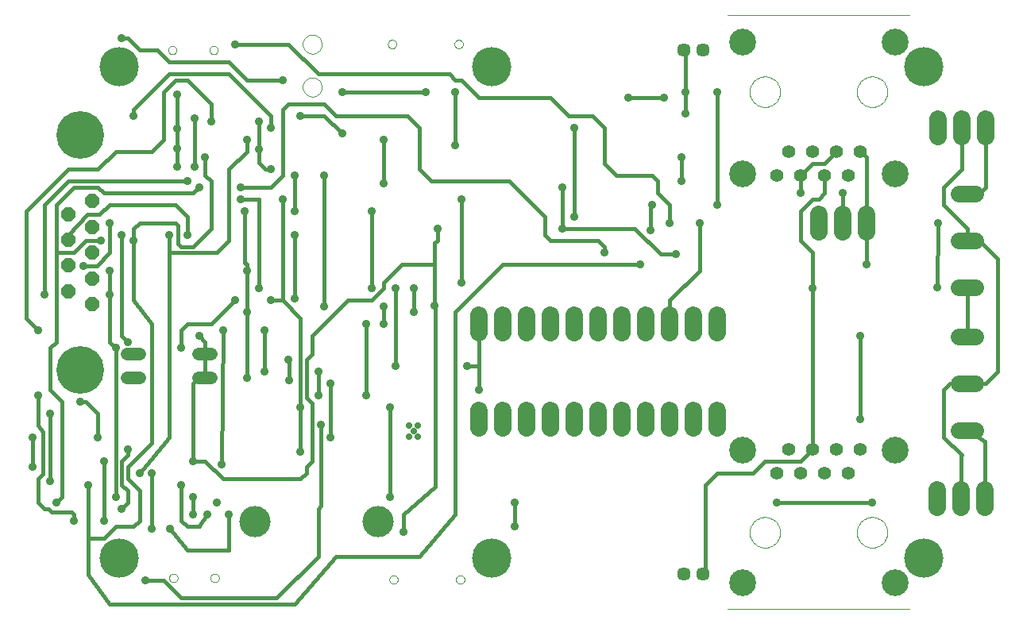
<source format=gbl>
G75*
G70*
%OFA0B0*%
%FSLAX24Y24*%
%IPPOS*%
%LPD*%
%AMOC8*
5,1,8,0,0,1.08239X$1,22.5*
%
%ADD10C,0.0000*%
%ADD11C,0.0570*%
%ADD12C,0.1310*%
%ADD13OC8,0.0600*%
%ADD14C,0.2000*%
%ADD15C,0.0279*%
%ADD16C,0.0740*%
%ADD17C,0.0705*%
%ADD18C,0.0004*%
%ADD19C,0.0554*%
%ADD20C,0.1122*%
%ADD21C,0.0520*%
%ADD22C,0.1650*%
%ADD23C,0.0160*%
%ADD24C,0.0356*%
D10*
X010926Y019839D02*
X010928Y019865D01*
X010934Y019891D01*
X010944Y019916D01*
X010957Y019939D01*
X010973Y019959D01*
X010993Y019977D01*
X011015Y019992D01*
X011038Y020004D01*
X011064Y020012D01*
X011090Y020016D01*
X011116Y020016D01*
X011142Y020012D01*
X011168Y020004D01*
X011192Y019992D01*
X011213Y019977D01*
X011233Y019959D01*
X011249Y019939D01*
X011262Y019916D01*
X011272Y019891D01*
X011278Y019865D01*
X011280Y019839D01*
X011278Y019813D01*
X011272Y019787D01*
X011262Y019762D01*
X011249Y019739D01*
X011233Y019719D01*
X011213Y019701D01*
X011191Y019686D01*
X011168Y019674D01*
X011142Y019666D01*
X011116Y019662D01*
X011090Y019662D01*
X011064Y019666D01*
X011038Y019674D01*
X011014Y019686D01*
X010993Y019701D01*
X010973Y019719D01*
X010957Y019739D01*
X010944Y019762D01*
X010934Y019787D01*
X010928Y019813D01*
X010926Y019839D01*
X012659Y019839D02*
X012661Y019865D01*
X012667Y019891D01*
X012677Y019916D01*
X012690Y019939D01*
X012706Y019959D01*
X012726Y019977D01*
X012748Y019992D01*
X012771Y020004D01*
X012797Y020012D01*
X012823Y020016D01*
X012849Y020016D01*
X012875Y020012D01*
X012901Y020004D01*
X012925Y019992D01*
X012946Y019977D01*
X012966Y019959D01*
X012982Y019939D01*
X012995Y019916D01*
X013005Y019891D01*
X013011Y019865D01*
X013013Y019839D01*
X013011Y019813D01*
X013005Y019787D01*
X012995Y019762D01*
X012982Y019739D01*
X012966Y019719D01*
X012946Y019701D01*
X012924Y019686D01*
X012901Y019674D01*
X012875Y019666D01*
X012849Y019662D01*
X012823Y019662D01*
X012797Y019666D01*
X012771Y019674D01*
X012747Y019686D01*
X012726Y019701D01*
X012706Y019719D01*
X012690Y019739D01*
X012677Y019762D01*
X012667Y019787D01*
X012661Y019813D01*
X012659Y019839D01*
X020170Y019770D02*
X020172Y019796D01*
X020178Y019822D01*
X020188Y019847D01*
X020201Y019870D01*
X020217Y019890D01*
X020237Y019908D01*
X020259Y019923D01*
X020282Y019935D01*
X020308Y019943D01*
X020334Y019947D01*
X020360Y019947D01*
X020386Y019943D01*
X020412Y019935D01*
X020436Y019923D01*
X020457Y019908D01*
X020477Y019890D01*
X020493Y019870D01*
X020506Y019847D01*
X020516Y019822D01*
X020522Y019796D01*
X020524Y019770D01*
X020522Y019744D01*
X020516Y019718D01*
X020506Y019693D01*
X020493Y019670D01*
X020477Y019650D01*
X020457Y019632D01*
X020435Y019617D01*
X020412Y019605D01*
X020386Y019597D01*
X020360Y019593D01*
X020334Y019593D01*
X020308Y019597D01*
X020282Y019605D01*
X020258Y019617D01*
X020237Y019632D01*
X020217Y019650D01*
X020201Y019670D01*
X020188Y019693D01*
X020178Y019718D01*
X020172Y019744D01*
X020170Y019770D01*
X022966Y019770D02*
X022968Y019796D01*
X022974Y019822D01*
X022984Y019847D01*
X022997Y019870D01*
X023013Y019890D01*
X023033Y019908D01*
X023055Y019923D01*
X023078Y019935D01*
X023104Y019943D01*
X023130Y019947D01*
X023156Y019947D01*
X023182Y019943D01*
X023208Y019935D01*
X023232Y019923D01*
X023253Y019908D01*
X023273Y019890D01*
X023289Y019870D01*
X023302Y019847D01*
X023312Y019822D01*
X023318Y019796D01*
X023320Y019770D01*
X023318Y019744D01*
X023312Y019718D01*
X023302Y019693D01*
X023289Y019670D01*
X023273Y019650D01*
X023253Y019632D01*
X023231Y019617D01*
X023208Y019605D01*
X023182Y019597D01*
X023156Y019593D01*
X023130Y019593D01*
X023104Y019597D01*
X023078Y019605D01*
X023054Y019617D01*
X023033Y019632D01*
X023013Y019650D01*
X022997Y019670D01*
X022984Y019693D01*
X022974Y019718D01*
X022968Y019744D01*
X022966Y019770D01*
X035290Y021750D02*
X035292Y021800D01*
X035298Y021850D01*
X035308Y021899D01*
X035321Y021948D01*
X035339Y021995D01*
X035360Y022041D01*
X035384Y022084D01*
X035412Y022126D01*
X035443Y022166D01*
X035477Y022203D01*
X035514Y022237D01*
X035554Y022268D01*
X035596Y022296D01*
X035639Y022320D01*
X035685Y022341D01*
X035732Y022359D01*
X035781Y022372D01*
X035830Y022382D01*
X035880Y022388D01*
X035930Y022390D01*
X035980Y022388D01*
X036030Y022382D01*
X036079Y022372D01*
X036128Y022359D01*
X036175Y022341D01*
X036221Y022320D01*
X036264Y022296D01*
X036306Y022268D01*
X036346Y022237D01*
X036383Y022203D01*
X036417Y022166D01*
X036448Y022126D01*
X036476Y022084D01*
X036500Y022041D01*
X036521Y021995D01*
X036539Y021948D01*
X036552Y021899D01*
X036562Y021850D01*
X036568Y021800D01*
X036570Y021750D01*
X036568Y021700D01*
X036562Y021650D01*
X036552Y021601D01*
X036539Y021552D01*
X036521Y021505D01*
X036500Y021459D01*
X036476Y021416D01*
X036448Y021374D01*
X036417Y021334D01*
X036383Y021297D01*
X036346Y021263D01*
X036306Y021232D01*
X036264Y021204D01*
X036221Y021180D01*
X036175Y021159D01*
X036128Y021141D01*
X036079Y021128D01*
X036030Y021118D01*
X035980Y021112D01*
X035930Y021110D01*
X035880Y021112D01*
X035830Y021118D01*
X035781Y021128D01*
X035732Y021141D01*
X035685Y021159D01*
X035639Y021180D01*
X035596Y021204D01*
X035554Y021232D01*
X035514Y021263D01*
X035477Y021297D01*
X035443Y021334D01*
X035412Y021374D01*
X035384Y021416D01*
X035360Y021459D01*
X035339Y021505D01*
X035321Y021552D01*
X035308Y021601D01*
X035298Y021650D01*
X035292Y021700D01*
X035290Y021750D01*
X039790Y021750D02*
X039792Y021800D01*
X039798Y021850D01*
X039808Y021899D01*
X039821Y021948D01*
X039839Y021995D01*
X039860Y022041D01*
X039884Y022084D01*
X039912Y022126D01*
X039943Y022166D01*
X039977Y022203D01*
X040014Y022237D01*
X040054Y022268D01*
X040096Y022296D01*
X040139Y022320D01*
X040185Y022341D01*
X040232Y022359D01*
X040281Y022372D01*
X040330Y022382D01*
X040380Y022388D01*
X040430Y022390D01*
X040480Y022388D01*
X040530Y022382D01*
X040579Y022372D01*
X040628Y022359D01*
X040675Y022341D01*
X040721Y022320D01*
X040764Y022296D01*
X040806Y022268D01*
X040846Y022237D01*
X040883Y022203D01*
X040917Y022166D01*
X040948Y022126D01*
X040976Y022084D01*
X041000Y022041D01*
X041021Y021995D01*
X041039Y021948D01*
X041052Y021899D01*
X041062Y021850D01*
X041068Y021800D01*
X041070Y021750D01*
X041068Y021700D01*
X041062Y021650D01*
X041052Y021601D01*
X041039Y021552D01*
X041021Y021505D01*
X041000Y021459D01*
X040976Y021416D01*
X040948Y021374D01*
X040917Y021334D01*
X040883Y021297D01*
X040846Y021263D01*
X040806Y021232D01*
X040764Y021204D01*
X040721Y021180D01*
X040675Y021159D01*
X040628Y021141D01*
X040579Y021128D01*
X040530Y021118D01*
X040480Y021112D01*
X040430Y021110D01*
X040380Y021112D01*
X040330Y021118D01*
X040281Y021128D01*
X040232Y021141D01*
X040185Y021159D01*
X040139Y021180D01*
X040096Y021204D01*
X040054Y021232D01*
X040014Y021263D01*
X039977Y021297D01*
X039943Y021334D01*
X039912Y021374D01*
X039884Y021416D01*
X039860Y021459D01*
X039839Y021505D01*
X039821Y021552D01*
X039808Y021601D01*
X039798Y021650D01*
X039792Y021700D01*
X039790Y021750D01*
X039790Y040250D02*
X039792Y040300D01*
X039798Y040350D01*
X039808Y040399D01*
X039821Y040448D01*
X039839Y040495D01*
X039860Y040541D01*
X039884Y040584D01*
X039912Y040626D01*
X039943Y040666D01*
X039977Y040703D01*
X040014Y040737D01*
X040054Y040768D01*
X040096Y040796D01*
X040139Y040820D01*
X040185Y040841D01*
X040232Y040859D01*
X040281Y040872D01*
X040330Y040882D01*
X040380Y040888D01*
X040430Y040890D01*
X040480Y040888D01*
X040530Y040882D01*
X040579Y040872D01*
X040628Y040859D01*
X040675Y040841D01*
X040721Y040820D01*
X040764Y040796D01*
X040806Y040768D01*
X040846Y040737D01*
X040883Y040703D01*
X040917Y040666D01*
X040948Y040626D01*
X040976Y040584D01*
X041000Y040541D01*
X041021Y040495D01*
X041039Y040448D01*
X041052Y040399D01*
X041062Y040350D01*
X041068Y040300D01*
X041070Y040250D01*
X041068Y040200D01*
X041062Y040150D01*
X041052Y040101D01*
X041039Y040052D01*
X041021Y040005D01*
X041000Y039959D01*
X040976Y039916D01*
X040948Y039874D01*
X040917Y039834D01*
X040883Y039797D01*
X040846Y039763D01*
X040806Y039732D01*
X040764Y039704D01*
X040721Y039680D01*
X040675Y039659D01*
X040628Y039641D01*
X040579Y039628D01*
X040530Y039618D01*
X040480Y039612D01*
X040430Y039610D01*
X040380Y039612D01*
X040330Y039618D01*
X040281Y039628D01*
X040232Y039641D01*
X040185Y039659D01*
X040139Y039680D01*
X040096Y039704D01*
X040054Y039732D01*
X040014Y039763D01*
X039977Y039797D01*
X039943Y039834D01*
X039912Y039874D01*
X039884Y039916D01*
X039860Y039959D01*
X039839Y040005D01*
X039821Y040052D01*
X039808Y040101D01*
X039798Y040150D01*
X039792Y040200D01*
X039790Y040250D01*
X035290Y040250D02*
X035292Y040300D01*
X035298Y040350D01*
X035308Y040399D01*
X035321Y040448D01*
X035339Y040495D01*
X035360Y040541D01*
X035384Y040584D01*
X035412Y040626D01*
X035443Y040666D01*
X035477Y040703D01*
X035514Y040737D01*
X035554Y040768D01*
X035596Y040796D01*
X035639Y040820D01*
X035685Y040841D01*
X035732Y040859D01*
X035781Y040872D01*
X035830Y040882D01*
X035880Y040888D01*
X035930Y040890D01*
X035980Y040888D01*
X036030Y040882D01*
X036079Y040872D01*
X036128Y040859D01*
X036175Y040841D01*
X036221Y040820D01*
X036264Y040796D01*
X036306Y040768D01*
X036346Y040737D01*
X036383Y040703D01*
X036417Y040666D01*
X036448Y040626D01*
X036476Y040584D01*
X036500Y040541D01*
X036521Y040495D01*
X036539Y040448D01*
X036552Y040399D01*
X036562Y040350D01*
X036568Y040300D01*
X036570Y040250D01*
X036568Y040200D01*
X036562Y040150D01*
X036552Y040101D01*
X036539Y040052D01*
X036521Y040005D01*
X036500Y039959D01*
X036476Y039916D01*
X036448Y039874D01*
X036417Y039834D01*
X036383Y039797D01*
X036346Y039763D01*
X036306Y039732D01*
X036264Y039704D01*
X036221Y039680D01*
X036175Y039659D01*
X036128Y039641D01*
X036079Y039628D01*
X036030Y039618D01*
X035980Y039612D01*
X035930Y039610D01*
X035880Y039612D01*
X035830Y039618D01*
X035781Y039628D01*
X035732Y039641D01*
X035685Y039659D01*
X035639Y039680D01*
X035596Y039704D01*
X035554Y039732D01*
X035514Y039763D01*
X035477Y039797D01*
X035443Y039834D01*
X035412Y039874D01*
X035384Y039916D01*
X035360Y039959D01*
X035339Y040005D01*
X035321Y040052D01*
X035308Y040101D01*
X035298Y040150D01*
X035292Y040200D01*
X035290Y040250D01*
X022901Y042250D02*
X022903Y042276D01*
X022909Y042302D01*
X022919Y042327D01*
X022932Y042350D01*
X022948Y042370D01*
X022968Y042388D01*
X022990Y042403D01*
X023013Y042415D01*
X023039Y042423D01*
X023065Y042427D01*
X023091Y042427D01*
X023117Y042423D01*
X023143Y042415D01*
X023167Y042403D01*
X023188Y042388D01*
X023208Y042370D01*
X023224Y042350D01*
X023237Y042327D01*
X023247Y042302D01*
X023253Y042276D01*
X023255Y042250D01*
X023253Y042224D01*
X023247Y042198D01*
X023237Y042173D01*
X023224Y042150D01*
X023208Y042130D01*
X023188Y042112D01*
X023166Y042097D01*
X023143Y042085D01*
X023117Y042077D01*
X023091Y042073D01*
X023065Y042073D01*
X023039Y042077D01*
X023013Y042085D01*
X022989Y042097D01*
X022968Y042112D01*
X022948Y042130D01*
X022932Y042150D01*
X022919Y042173D01*
X022909Y042198D01*
X022903Y042224D01*
X022901Y042250D01*
X020105Y042250D02*
X020107Y042276D01*
X020113Y042302D01*
X020123Y042327D01*
X020136Y042350D01*
X020152Y042370D01*
X020172Y042388D01*
X020194Y042403D01*
X020217Y042415D01*
X020243Y042423D01*
X020269Y042427D01*
X020295Y042427D01*
X020321Y042423D01*
X020347Y042415D01*
X020371Y042403D01*
X020392Y042388D01*
X020412Y042370D01*
X020428Y042350D01*
X020441Y042327D01*
X020451Y042302D01*
X020457Y042276D01*
X020459Y042250D01*
X020457Y042224D01*
X020451Y042198D01*
X020441Y042173D01*
X020428Y042150D01*
X020412Y042130D01*
X020392Y042112D01*
X020370Y042097D01*
X020347Y042085D01*
X020321Y042077D01*
X020295Y042073D01*
X020269Y042073D01*
X020243Y042077D01*
X020217Y042085D01*
X020193Y042097D01*
X020172Y042112D01*
X020152Y042130D01*
X020136Y042150D01*
X020123Y042173D01*
X020113Y042198D01*
X020107Y042224D01*
X020105Y042250D01*
X016530Y042250D02*
X016532Y042290D01*
X016538Y042329D01*
X016548Y042368D01*
X016561Y042405D01*
X016579Y042441D01*
X016600Y042475D01*
X016624Y042507D01*
X016651Y042536D01*
X016681Y042563D01*
X016713Y042586D01*
X016748Y042606D01*
X016784Y042622D01*
X016822Y042635D01*
X016861Y042644D01*
X016900Y042649D01*
X016940Y042650D01*
X016980Y042647D01*
X017019Y042640D01*
X017057Y042629D01*
X017095Y042615D01*
X017130Y042596D01*
X017163Y042575D01*
X017195Y042550D01*
X017223Y042522D01*
X017249Y042492D01*
X017271Y042459D01*
X017290Y042424D01*
X017306Y042387D01*
X017318Y042349D01*
X017326Y042310D01*
X017330Y042270D01*
X017330Y042230D01*
X017326Y042190D01*
X017318Y042151D01*
X017306Y042113D01*
X017290Y042076D01*
X017271Y042041D01*
X017249Y042008D01*
X017223Y041978D01*
X017195Y041950D01*
X017163Y041925D01*
X017130Y041904D01*
X017095Y041885D01*
X017057Y041871D01*
X017019Y041860D01*
X016980Y041853D01*
X016940Y041850D01*
X016900Y041851D01*
X016861Y041856D01*
X016822Y041865D01*
X016784Y041878D01*
X016748Y041894D01*
X016713Y041914D01*
X016681Y041937D01*
X016651Y041964D01*
X016624Y041993D01*
X016600Y042025D01*
X016579Y042059D01*
X016561Y042095D01*
X016548Y042132D01*
X016538Y042171D01*
X016532Y042210D01*
X016530Y042250D01*
X016530Y040450D02*
X016532Y040490D01*
X016538Y040529D01*
X016548Y040568D01*
X016561Y040605D01*
X016579Y040641D01*
X016600Y040675D01*
X016624Y040707D01*
X016651Y040736D01*
X016681Y040763D01*
X016713Y040786D01*
X016748Y040806D01*
X016784Y040822D01*
X016822Y040835D01*
X016861Y040844D01*
X016900Y040849D01*
X016940Y040850D01*
X016980Y040847D01*
X017019Y040840D01*
X017057Y040829D01*
X017095Y040815D01*
X017130Y040796D01*
X017163Y040775D01*
X017195Y040750D01*
X017223Y040722D01*
X017249Y040692D01*
X017271Y040659D01*
X017290Y040624D01*
X017306Y040587D01*
X017318Y040549D01*
X017326Y040510D01*
X017330Y040470D01*
X017330Y040430D01*
X017326Y040390D01*
X017318Y040351D01*
X017306Y040313D01*
X017290Y040276D01*
X017271Y040241D01*
X017249Y040208D01*
X017223Y040178D01*
X017195Y040150D01*
X017163Y040125D01*
X017130Y040104D01*
X017095Y040085D01*
X017057Y040071D01*
X017019Y040060D01*
X016980Y040053D01*
X016940Y040050D01*
X016900Y040051D01*
X016861Y040056D01*
X016822Y040065D01*
X016784Y040078D01*
X016748Y040094D01*
X016713Y040114D01*
X016681Y040137D01*
X016651Y040164D01*
X016624Y040193D01*
X016600Y040225D01*
X016579Y040259D01*
X016561Y040295D01*
X016548Y040332D01*
X016538Y040371D01*
X016532Y040410D01*
X016530Y040450D01*
X012619Y042000D02*
X012621Y042026D01*
X012627Y042052D01*
X012637Y042077D01*
X012650Y042100D01*
X012666Y042120D01*
X012686Y042138D01*
X012708Y042153D01*
X012731Y042165D01*
X012757Y042173D01*
X012783Y042177D01*
X012809Y042177D01*
X012835Y042173D01*
X012861Y042165D01*
X012885Y042153D01*
X012906Y042138D01*
X012926Y042120D01*
X012942Y042100D01*
X012955Y042077D01*
X012965Y042052D01*
X012971Y042026D01*
X012973Y042000D01*
X012971Y041974D01*
X012965Y041948D01*
X012955Y041923D01*
X012942Y041900D01*
X012926Y041880D01*
X012906Y041862D01*
X012884Y041847D01*
X012861Y041835D01*
X012835Y041827D01*
X012809Y041823D01*
X012783Y041823D01*
X012757Y041827D01*
X012731Y041835D01*
X012707Y041847D01*
X012686Y041862D01*
X012666Y041880D01*
X012650Y041900D01*
X012637Y041923D01*
X012627Y041948D01*
X012621Y041974D01*
X012619Y042000D01*
X010887Y042000D02*
X010889Y042026D01*
X010895Y042052D01*
X010905Y042077D01*
X010918Y042100D01*
X010934Y042120D01*
X010954Y042138D01*
X010976Y042153D01*
X010999Y042165D01*
X011025Y042173D01*
X011051Y042177D01*
X011077Y042177D01*
X011103Y042173D01*
X011129Y042165D01*
X011153Y042153D01*
X011174Y042138D01*
X011194Y042120D01*
X011210Y042100D01*
X011223Y042077D01*
X011233Y042052D01*
X011239Y042026D01*
X011241Y042000D01*
X011239Y041974D01*
X011233Y041948D01*
X011223Y041923D01*
X011210Y041900D01*
X011194Y041880D01*
X011174Y041862D01*
X011152Y041847D01*
X011129Y041835D01*
X011103Y041827D01*
X011077Y041823D01*
X011051Y041823D01*
X011025Y041827D01*
X010999Y041835D01*
X010975Y041847D01*
X010954Y041862D01*
X010934Y041880D01*
X010918Y041900D01*
X010905Y041923D01*
X010895Y041948D01*
X010889Y041974D01*
X010887Y042000D01*
D11*
X032536Y042000D03*
X033324Y042000D03*
X033324Y020000D03*
X032536Y020000D03*
D12*
X019686Y022220D03*
X014516Y022220D03*
D13*
X007680Y031340D03*
X007680Y032420D03*
X007680Y033500D03*
X006680Y034040D03*
X006680Y035120D03*
X007680Y034580D03*
X007680Y035660D03*
X006680Y032960D03*
X006680Y031880D03*
D14*
X007180Y028570D03*
X007180Y038430D03*
D15*
X021003Y026236D03*
X021180Y026000D03*
X021357Y025764D03*
X021003Y025764D03*
X021357Y026236D03*
D16*
X023930Y026130D02*
X023930Y026870D01*
X024930Y026870D02*
X024930Y026130D01*
X025930Y026130D02*
X025930Y026870D01*
X026930Y026870D02*
X026930Y026130D01*
X027930Y026130D02*
X027930Y026870D01*
X028930Y026870D02*
X028930Y026130D01*
X029930Y026130D02*
X029930Y026870D01*
X030930Y026870D02*
X030930Y026130D01*
X031930Y026130D02*
X031930Y026870D01*
X032930Y026870D02*
X032930Y026130D01*
X033930Y026130D02*
X033930Y026870D01*
X033930Y030130D02*
X033930Y030870D01*
X032930Y030870D02*
X032930Y030130D01*
X031930Y030130D02*
X031930Y030870D01*
X030930Y030870D02*
X030930Y030130D01*
X029930Y030130D02*
X029930Y030870D01*
X028930Y030870D02*
X028930Y030130D01*
X027930Y030130D02*
X027930Y030870D01*
X026930Y030870D02*
X026930Y030130D01*
X025930Y030130D02*
X025930Y030870D01*
X024930Y030870D02*
X024930Y030130D01*
X023930Y030130D02*
X023930Y030870D01*
X038180Y034380D02*
X038180Y035120D01*
X039180Y035120D02*
X039180Y034380D01*
X040180Y034380D02*
X040180Y035120D01*
X043180Y038355D02*
X043180Y039095D01*
X044180Y039095D02*
X044180Y038355D01*
X045180Y038355D02*
X045180Y039095D01*
X045155Y023545D02*
X045155Y022805D01*
X044155Y022805D02*
X044155Y023545D01*
X043155Y023545D02*
X043155Y022805D01*
D17*
X044070Y026031D02*
X044775Y026031D01*
X044775Y028000D02*
X044070Y028000D01*
X044070Y029969D02*
X044775Y029969D01*
X044775Y032031D02*
X044070Y032031D01*
X044070Y034000D02*
X044775Y034000D01*
X044775Y035969D02*
X044070Y035969D01*
D18*
X042005Y043470D02*
X034355Y043470D01*
X034355Y018530D02*
X042005Y018530D01*
D19*
X039430Y024250D03*
X038430Y024250D03*
X037430Y024250D03*
X036430Y024250D03*
X036930Y025250D03*
X037930Y025250D03*
X038930Y025250D03*
X039930Y025250D03*
X039430Y036750D03*
X038430Y036750D03*
X037430Y036750D03*
X036430Y036750D03*
X036930Y037750D03*
X037930Y037750D03*
X038930Y037750D03*
X039930Y037750D03*
D20*
X041380Y036801D03*
X041380Y042348D03*
X034980Y042348D03*
X034980Y036801D03*
X034980Y025199D03*
X034980Y019652D03*
X041380Y019652D03*
X041380Y025199D03*
D21*
X012690Y028250D02*
X012170Y028250D01*
X012170Y029250D02*
X012690Y029250D01*
X009690Y029250D02*
X009170Y029250D01*
X009170Y028250D02*
X009690Y028250D01*
D22*
X008830Y020680D03*
X024450Y020680D03*
X042580Y020680D03*
X042580Y041320D03*
X024450Y041320D03*
X008830Y041320D03*
D23*
X008430Y018750D02*
X016180Y018750D01*
X017930Y020750D01*
X021430Y020750D01*
X022930Y022500D01*
X022930Y031000D01*
X024930Y033000D01*
X030680Y033000D01*
X030430Y033000D01*
X029180Y033500D02*
X029180Y033750D01*
X028930Y034000D01*
X026930Y034000D01*
X026680Y034250D01*
X026680Y035000D01*
X025180Y036500D01*
X021930Y036500D01*
X021430Y037000D01*
X021430Y038750D01*
X020930Y039250D01*
X017930Y039250D01*
X017430Y039750D01*
X015930Y039750D01*
X015680Y039500D01*
X015680Y036750D01*
X015180Y036250D01*
X013930Y036250D01*
X013930Y035750D02*
X014680Y035750D01*
X014680Y032000D01*
X015180Y031500D02*
X015680Y031500D01*
X016430Y030750D01*
X016430Y027000D01*
X016430Y025132D01*
X016930Y024750D02*
X016930Y027157D01*
X016680Y027407D01*
X016680Y029000D01*
X016930Y029250D01*
X016930Y030000D01*
X018430Y031500D01*
X019430Y031500D01*
X019930Y032000D01*
X019930Y032250D01*
X020680Y033000D01*
X022070Y033000D01*
X022070Y033890D01*
X022180Y034000D01*
X022180Y034500D01*
X023180Y035750D02*
X023180Y032250D01*
X022070Y033000D02*
X022070Y031276D01*
X022089Y031256D01*
X022089Y023677D01*
X020745Y022510D01*
X020745Y021770D01*
X020180Y023250D02*
X020180Y027000D01*
X019180Y027500D02*
X019180Y030500D01*
X019930Y030500D02*
X019930Y031250D01*
X019430Y032000D02*
X019430Y035250D01*
X019924Y036394D02*
X019930Y036400D01*
X019930Y038250D01*
X018180Y038500D02*
X017430Y039250D01*
X016430Y039250D01*
X015180Y039250D02*
X015180Y038750D01*
X015180Y039250D02*
X013430Y041000D01*
X010930Y041000D01*
X009430Y039500D01*
X009430Y039250D01*
X010680Y038250D02*
X010180Y037750D01*
X008680Y037750D01*
X007930Y037000D01*
X006680Y037000D01*
X004930Y035250D01*
X004930Y030750D01*
X005430Y030250D01*
X006180Y029750D02*
X005930Y029500D01*
X005930Y027750D01*
X006430Y027250D01*
X006430Y023250D01*
X006180Y023000D01*
X005851Y022750D02*
X005987Y022614D01*
X006816Y022614D01*
X006930Y022500D01*
X006930Y022250D01*
X007540Y021500D02*
X008180Y021500D01*
X008680Y022000D01*
X009430Y022000D01*
X009680Y022250D01*
X009680Y023500D01*
X009180Y024000D01*
X009180Y024500D01*
X010180Y025500D01*
X010180Y030500D01*
X009430Y031500D01*
X009430Y034000D01*
X009430Y034500D01*
X009680Y034750D01*
X011180Y034750D01*
X011302Y034628D01*
X011302Y033874D01*
X011426Y033750D01*
X011930Y033750D01*
X012680Y034500D01*
X012680Y036500D01*
X012430Y036750D01*
X012430Y037500D01*
X012009Y037102D02*
X011989Y037122D01*
X011989Y039150D01*
X012680Y039000D02*
X012680Y039750D01*
X011680Y040750D01*
X011180Y040750D01*
X010680Y040250D01*
X010680Y038250D01*
X011263Y037876D02*
X011263Y038717D01*
X011263Y040154D01*
X010930Y041500D02*
X010430Y042000D01*
X009680Y042000D01*
X009180Y042500D01*
X008930Y042500D01*
X010930Y041500D02*
X013430Y041500D01*
X014180Y040750D01*
X015680Y040750D01*
X015930Y042250D02*
X017180Y041000D01*
X022680Y041000D01*
X022930Y040750D01*
X023180Y040750D01*
X023930Y040000D01*
X026930Y040000D01*
X027680Y039250D01*
X028680Y039250D01*
X029180Y038750D01*
X029180Y037250D01*
X029680Y036750D01*
X031180Y036750D01*
X031430Y036500D01*
X031430Y036000D01*
X031930Y035500D01*
X031930Y034750D01*
X031115Y034435D02*
X031115Y035435D01*
X031180Y035500D01*
X030475Y034500D02*
X031554Y033421D01*
X032208Y033421D01*
X032180Y033421D01*
X032180Y033500D01*
X033180Y032750D02*
X031930Y031500D01*
X031930Y030500D01*
X033180Y032750D02*
X033180Y034750D01*
X033930Y035500D02*
X033930Y040250D01*
X032582Y040252D02*
X032582Y039346D01*
X032582Y040252D02*
X032582Y041955D01*
X032536Y042000D01*
X031680Y040000D02*
X030180Y040000D01*
X027930Y038750D02*
X027930Y035000D01*
X027430Y034500D02*
X030475Y034500D01*
X032430Y036500D02*
X032430Y037500D01*
X027430Y036250D02*
X027430Y034500D01*
X023930Y030500D02*
X023930Y028750D01*
X023430Y028750D01*
X023930Y028750D02*
X023930Y027750D01*
X021180Y031000D02*
X021180Y032000D01*
X020430Y032000D02*
X020430Y028750D01*
X017680Y028000D02*
X017680Y025750D01*
X017306Y026276D02*
X017306Y022876D01*
X017180Y022750D01*
X017180Y020750D01*
X015430Y019000D01*
X011430Y019000D01*
X010680Y019750D01*
X009930Y019750D01*
X008430Y018750D02*
X007540Y019980D01*
X007540Y021500D01*
X007540Y023750D01*
X008180Y024750D02*
X008180Y022250D01*
X008930Y022750D02*
X009180Y023000D01*
X009180Y023500D01*
X008930Y023750D01*
X008930Y024750D01*
X009180Y025000D01*
X009180Y025250D01*
X009680Y024250D02*
X010930Y025750D01*
X010930Y033500D01*
X012930Y033500D01*
X013430Y034000D01*
X013430Y037000D01*
X014180Y037750D01*
X014180Y038250D01*
X014680Y037858D02*
X014688Y037850D01*
X014688Y037280D01*
X014967Y037000D01*
X015180Y037000D01*
X014680Y037858D02*
X014680Y039000D01*
X016180Y036750D02*
X016180Y035250D01*
X015680Y035750D02*
X015680Y031500D01*
X016180Y031579D02*
X016180Y034250D01*
X014097Y035252D02*
X014097Y033083D01*
X014180Y033000D01*
X014180Y032750D01*
X014180Y031000D01*
X014180Y028250D01*
X014930Y028500D02*
X014930Y030250D01*
X013680Y031500D02*
X012680Y030500D01*
X011680Y030500D01*
X011430Y030250D01*
X011430Y029500D01*
X012180Y030000D02*
X012430Y029750D01*
X012430Y029250D01*
X012430Y028250D01*
X012180Y028250D01*
X011930Y028000D01*
X011930Y024750D01*
X012430Y024750D01*
X013180Y024000D01*
X016430Y024000D01*
X016680Y024250D01*
X016680Y024500D01*
X016930Y024750D01*
X017180Y027500D02*
X017180Y028508D01*
X015967Y028126D02*
X015967Y028963D01*
X015930Y029000D01*
X017430Y031250D02*
X017430Y036750D01*
X018180Y040250D02*
X021680Y040250D01*
X022930Y040250D02*
X022930Y038000D01*
X015930Y042250D02*
X013680Y042250D01*
X011263Y037876D02*
X011263Y037102D01*
X011680Y036500D02*
X006680Y036500D01*
X005680Y035500D01*
X005680Y031750D01*
X006180Y033500D02*
X006180Y029750D01*
X008430Y029750D02*
X008680Y029500D01*
X008680Y023250D01*
X010180Y024250D02*
X010200Y021888D01*
X010950Y021888D02*
X011680Y021000D01*
X013430Y021000D01*
X013430Y022500D01*
X012542Y022496D02*
X012180Y022035D01*
X012180Y022000D01*
X011680Y022000D01*
X011430Y022250D01*
X011430Y023750D01*
X011930Y023250D02*
X011930Y022500D01*
X013141Y024612D02*
X013180Y030250D01*
X010930Y033500D02*
X010930Y034250D01*
X011680Y034250D02*
X011680Y035000D01*
X011180Y035500D01*
X008430Y035500D01*
X007989Y035118D01*
X007489Y035118D01*
X006680Y034250D01*
X006680Y034040D01*
X006930Y033500D02*
X006180Y033500D01*
X006180Y035500D01*
X006930Y036250D01*
X007930Y036250D01*
X008180Y036000D01*
X011930Y036000D01*
X012180Y036250D01*
X008930Y034250D02*
X008930Y030000D01*
X009180Y029750D01*
X008430Y029750D02*
X008430Y031750D01*
X008430Y032750D01*
X007879Y032949D02*
X008430Y033500D01*
X008430Y034750D01*
X008068Y034000D02*
X007430Y034000D01*
X006930Y033500D01*
X007326Y032949D02*
X007879Y032949D01*
X007430Y027250D02*
X007180Y027250D01*
X007430Y027250D02*
X007930Y026750D01*
X007930Y025750D01*
X005930Y026750D02*
X005928Y023906D01*
X005621Y024211D02*
X005430Y024000D01*
X005430Y023000D01*
X005680Y022750D01*
X005851Y022750D01*
X005621Y024211D02*
X005621Y025961D01*
X005430Y026250D01*
X005430Y027500D01*
X005180Y025750D02*
X005180Y024500D01*
X025430Y023000D02*
X025430Y022000D01*
X033324Y020000D02*
X033430Y020106D01*
X033430Y023750D01*
X033930Y024250D01*
X035430Y024250D01*
X035930Y024750D01*
X037430Y024750D01*
X037930Y025250D01*
X037930Y032000D01*
X037930Y033500D01*
X037430Y034000D01*
X037430Y035250D01*
X037930Y035750D01*
X038180Y035750D01*
X038430Y036000D01*
X038430Y036750D01*
X038430Y037250D02*
X037930Y037250D01*
X037430Y036750D01*
X037430Y036000D01*
X038430Y037250D02*
X038930Y037750D01*
X039930Y037750D02*
X040180Y037500D01*
X040180Y034750D01*
X040180Y033000D01*
X039180Y034750D02*
X039180Y036000D01*
X043180Y034750D02*
X043172Y032024D01*
X044422Y032031D02*
X044422Y029969D01*
X045680Y028500D02*
X045680Y033250D01*
X044930Y034000D01*
X044422Y034000D01*
X044430Y034008D01*
X044430Y034500D01*
X043430Y035500D01*
X043430Y036250D01*
X044180Y037000D01*
X044180Y038725D01*
X045180Y038725D02*
X045180Y036250D01*
X044930Y036000D01*
X044454Y036000D01*
X044422Y035969D01*
X039930Y030000D02*
X039930Y026500D01*
X040430Y023000D02*
X036430Y023000D01*
X043430Y025750D02*
X043430Y027750D01*
X043680Y028000D01*
X044422Y028000D01*
X045180Y028000D01*
X045680Y028500D01*
X044422Y026031D02*
X045155Y025575D01*
X045155Y023175D01*
X044155Y023175D02*
X044155Y024975D01*
X044180Y025000D01*
X043430Y025750D01*
D24*
X040430Y023000D03*
X039930Y026500D03*
X039930Y030000D03*
X037930Y032000D03*
X040180Y033000D03*
X043172Y032024D03*
X043180Y034750D03*
X039180Y036000D03*
X037430Y036000D03*
X033930Y035500D03*
X033180Y034750D03*
X031930Y034750D03*
X031115Y034435D03*
X032208Y033421D03*
X030680Y033000D03*
X029180Y033500D03*
X027430Y034500D03*
X027930Y035000D03*
X027430Y036250D03*
X027930Y038750D03*
X030180Y040000D03*
X031680Y040000D03*
X032582Y040252D03*
X032582Y039346D03*
X033930Y040250D03*
X032430Y037500D03*
X032430Y036500D03*
X031180Y035500D03*
X023430Y028750D03*
X023930Y027750D03*
X021180Y031000D03*
X022070Y031276D03*
X021180Y032000D03*
X020430Y032000D03*
X019930Y031250D03*
X019430Y032000D03*
X019180Y030500D03*
X019930Y030500D03*
X020430Y028750D03*
X019180Y027500D03*
X020180Y027000D03*
X017680Y028000D03*
X017180Y027500D03*
X016430Y027000D03*
X017306Y026276D03*
X017680Y025750D03*
X016430Y025132D03*
X013430Y022500D03*
X012930Y023000D03*
X012542Y022496D03*
X011930Y022500D03*
X011930Y023250D03*
X011430Y023750D03*
X011930Y024750D03*
X013141Y024612D03*
X010950Y021888D03*
X010200Y021888D03*
X008930Y022750D03*
X008680Y023250D03*
X008180Y022250D03*
X006930Y022250D03*
X006180Y023000D03*
X005928Y023906D03*
X005180Y024500D03*
X005180Y025750D03*
X005930Y026750D03*
X005430Y027500D03*
X007180Y027250D03*
X007930Y025750D03*
X009180Y025250D03*
X009680Y024250D03*
X010180Y024250D03*
X008180Y024750D03*
X007540Y023750D03*
X009930Y019750D03*
X015967Y028126D03*
X015930Y029000D03*
X014930Y028500D03*
X014180Y028250D03*
X014930Y030250D03*
X014180Y031000D03*
X013680Y031500D03*
X014680Y032000D03*
X015180Y031500D03*
X016180Y031579D03*
X017430Y031250D03*
X017180Y028508D03*
X013180Y030250D03*
X012180Y030000D03*
X011430Y029500D03*
X009180Y029750D03*
X008680Y029500D03*
X008430Y031750D03*
X008430Y032750D03*
X007326Y032949D03*
X008068Y034000D03*
X008430Y034750D03*
X008930Y034250D03*
X009430Y034000D03*
X010930Y034250D03*
X011680Y034250D03*
X012180Y036250D03*
X011680Y036500D03*
X012009Y037102D03*
X012430Y037500D03*
X011263Y037876D03*
X011263Y037102D03*
X011263Y038717D03*
X011989Y039150D03*
X012680Y039000D03*
X014180Y038250D03*
X014688Y037850D03*
X015180Y037000D03*
X016180Y036750D03*
X015680Y035750D03*
X016180Y035250D03*
X016180Y034250D03*
X014097Y035252D03*
X013930Y035750D03*
X013930Y036250D03*
X015180Y038750D03*
X014680Y039000D03*
X016430Y039250D03*
X015680Y040750D03*
X013680Y042250D03*
X011263Y040154D03*
X009430Y039250D03*
X008930Y042500D03*
X017430Y036750D03*
X018180Y038500D03*
X018180Y040250D03*
X019930Y038250D03*
X019924Y036394D03*
X019430Y035250D03*
X022180Y034500D03*
X023180Y035750D03*
X022930Y038000D03*
X022930Y040250D03*
X021680Y040250D03*
X014180Y032750D03*
X005680Y031750D03*
X005430Y030250D03*
X020180Y023250D03*
X020745Y021770D03*
X025430Y022000D03*
X025430Y023000D03*
X023180Y032250D03*
X036430Y023000D03*
M02*

</source>
